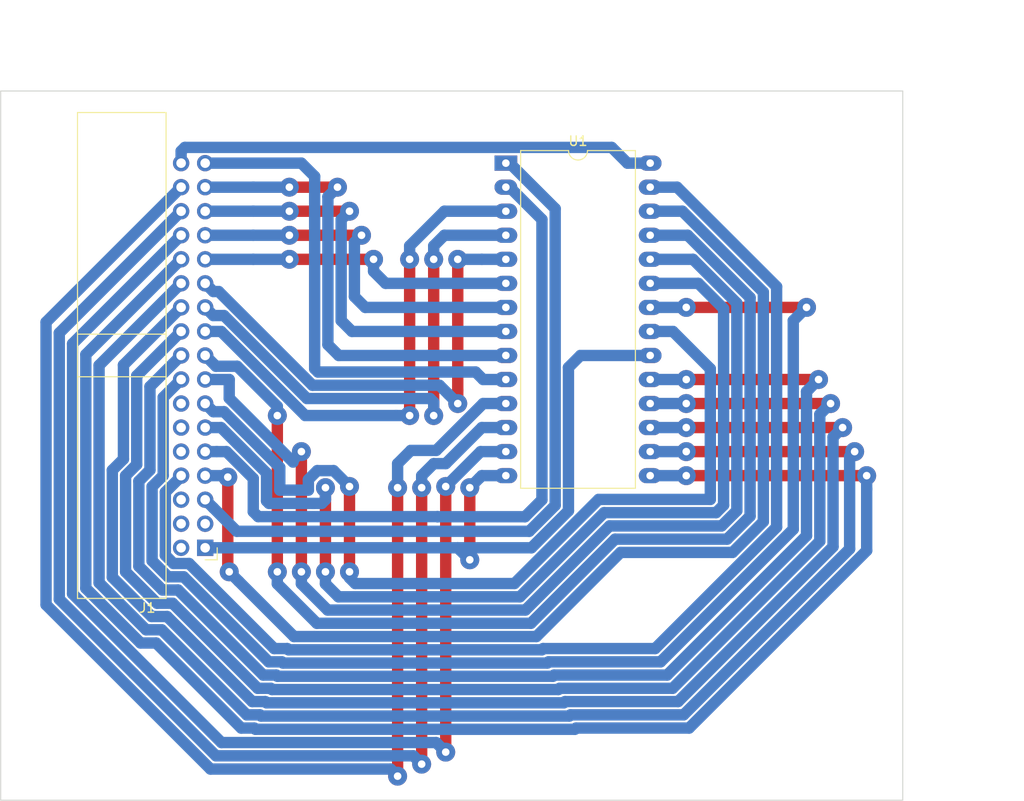
<source format=kicad_pcb>
(kicad_pcb (version 20171130) (host pcbnew "(5.1.2)-1")

  (general
    (thickness 1.6)
    (drawings 6)
    (tracks 407)
    (zones 0)
    (modules 2)
    (nets 35)
  )

  (page A4)
  (layers
    (0 F.Cu signal)
    (31 B.Cu signal)
    (32 B.Adhes user)
    (33 F.Adhes user)
    (34 B.Paste user)
    (35 F.Paste user)
    (36 B.SilkS user)
    (37 F.SilkS user)
    (38 B.Mask user)
    (39 F.Mask user)
    (40 Dwgs.User user)
    (41 Cmts.User user)
    (42 Eco1.User user)
    (43 Eco2.User user)
    (44 Edge.Cuts user)
    (45 Margin user)
    (46 B.CrtYd user)
    (47 F.CrtYd user)
    (48 B.Fab user)
    (49 F.Fab user)
  )

  (setup
    (last_trace_width 1.2)
    (trace_clearance 0.2)
    (zone_clearance 0.508)
    (zone_45_only no)
    (trace_min 0.2)
    (via_size 2)
    (via_drill 0.8)
    (via_min_size 0.4)
    (via_min_drill 0.3)
    (uvia_size 0.3)
    (uvia_drill 0.1)
    (uvias_allowed no)
    (uvia_min_size 0.2)
    (uvia_min_drill 0.1)
    (edge_width 0.05)
    (segment_width 0.2)
    (pcb_text_width 0.3)
    (pcb_text_size 1.5 1.5)
    (mod_edge_width 0.12)
    (mod_text_size 1 1)
    (mod_text_width 0.15)
    (pad_size 1.524 1.524)
    (pad_drill 0.762)
    (pad_to_mask_clearance 0.051)
    (solder_mask_min_width 0.25)
    (aux_axis_origin 0 0)
    (visible_elements 7FFFFFFF)
    (pcbplotparams
      (layerselection 0x01020_ffffffff)
      (usegerberextensions false)
      (usegerberattributes false)
      (usegerberadvancedattributes false)
      (creategerberjobfile false)
      (excludeedgelayer true)
      (linewidth 0.100000)
      (plotframeref false)
      (viasonmask false)
      (mode 1)
      (useauxorigin false)
      (hpglpennumber 1)
      (hpglpenspeed 20)
      (hpglpendiameter 15.000000)
      (psnegative false)
      (psa4output false)
      (plotreference true)
      (plotvalue true)
      (plotinvisibletext false)
      (padsonsilk false)
      (subtractmaskfromsilk false)
      (outputformat 1)
      (mirror false)
      (drillshape 0)
      (scaleselection 1)
      (outputdirectory ""))
  )

  (net 0 "")
  (net 1 +5V)
  (net 2 /A0)
  (net 3 /D0)
  (net 4 /A1)
  (net 5 /D1)
  (net 6 /A2)
  (net 7 /D2)
  (net 8 /A3)
  (net 9 /D3)
  (net 10 /A4)
  (net 11 /D4)
  (net 12 /A5)
  (net 13 /D5)
  (net 14 /A6)
  (net 15 /D6)
  (net 16 /A7)
  (net 17 /D7)
  (net 18 /A8)
  (net 19 /OE)
  (net 20 /A9)
  (net 21 "Net-(J1-Pad14)")
  (net 22 /A10)
  (net 23 "Net-(J1-Pad12)")
  (net 24 /A11)
  (net 25 "Net-(J1-Pad10)")
  (net 26 /A12)
  (net 27 /WE)
  (net 28 /A13)
  (net 29 "Net-(J1-Pad6)")
  (net 30 /A14)
  (net 31 "Net-(J1-Pad4)")
  (net 32 /A15)
  (net 33 "Net-(J1-Pad2)")
  (net 34 Earth)

  (net_class Default "This is the default net class."
    (clearance 0.2)
    (trace_width 1.2)
    (via_dia 2)
    (via_drill 0.8)
    (uvia_dia 0.3)
    (uvia_drill 0.1)
    (add_net +5V)
    (add_net /A0)
    (add_net /A1)
    (add_net /A10)
    (add_net /A11)
    (add_net /A12)
    (add_net /A13)
    (add_net /A14)
    (add_net /A15)
    (add_net /A2)
    (add_net /A3)
    (add_net /A4)
    (add_net /A5)
    (add_net /A6)
    (add_net /A7)
    (add_net /A8)
    (add_net /A9)
    (add_net /D0)
    (add_net /D1)
    (add_net /D2)
    (add_net /D3)
    (add_net /D4)
    (add_net /D5)
    (add_net /D6)
    (add_net /D7)
    (add_net /OE)
    (add_net /WE)
    (add_net Earth)
    (add_net "Net-(J1-Pad10)")
    (add_net "Net-(J1-Pad12)")
    (add_net "Net-(J1-Pad14)")
    (add_net "Net-(J1-Pad2)")
    (add_net "Net-(J1-Pad4)")
    (add_net "Net-(J1-Pad6)")
  )

  (module Package_DIP:DIP-28_W15.24mm_LongPads (layer F.Cu) (tedit 5A02E8C5) (tstamp 5D13F0F7)
    (at 144.78 66.04)
    (descr "28-lead though-hole mounted DIP package, row spacing 15.24 mm (600 mils), LongPads")
    (tags "THT DIP DIL PDIP 2.54mm 15.24mm 600mil LongPads")
    (path /5D11CDF7)
    (fp_text reference U1 (at 7.62 -2.33) (layer F.SilkS)
      (effects (font (size 1 1) (thickness 0.15)))
    )
    (fp_text value 28C256 (at 7.62 35.35) (layer F.Fab)
      (effects (font (size 1 1) (thickness 0.15)))
    )
    (fp_text user %R (at 7.62 16.51) (layer F.Fab)
      (effects (font (size 1 1) (thickness 0.15)))
    )
    (fp_line (start 16.7 -1.55) (end -1.5 -1.55) (layer F.CrtYd) (width 0.05))
    (fp_line (start 16.7 34.55) (end 16.7 -1.55) (layer F.CrtYd) (width 0.05))
    (fp_line (start -1.5 34.55) (end 16.7 34.55) (layer F.CrtYd) (width 0.05))
    (fp_line (start -1.5 -1.55) (end -1.5 34.55) (layer F.CrtYd) (width 0.05))
    (fp_line (start 13.68 -1.33) (end 8.62 -1.33) (layer F.SilkS) (width 0.12))
    (fp_line (start 13.68 34.35) (end 13.68 -1.33) (layer F.SilkS) (width 0.12))
    (fp_line (start 1.56 34.35) (end 13.68 34.35) (layer F.SilkS) (width 0.12))
    (fp_line (start 1.56 -1.33) (end 1.56 34.35) (layer F.SilkS) (width 0.12))
    (fp_line (start 6.62 -1.33) (end 1.56 -1.33) (layer F.SilkS) (width 0.12))
    (fp_line (start 0.255 -0.27) (end 1.255 -1.27) (layer F.Fab) (width 0.1))
    (fp_line (start 0.255 34.29) (end 0.255 -0.27) (layer F.Fab) (width 0.1))
    (fp_line (start 14.985 34.29) (end 0.255 34.29) (layer F.Fab) (width 0.1))
    (fp_line (start 14.985 -1.27) (end 14.985 34.29) (layer F.Fab) (width 0.1))
    (fp_line (start 1.255 -1.27) (end 14.985 -1.27) (layer F.Fab) (width 0.1))
    (fp_arc (start 7.62 -1.33) (end 6.62 -1.33) (angle -180) (layer F.SilkS) (width 0.12))
    (pad 28 thru_hole oval (at 15.24 0) (size 2.4 1.6) (drill 0.8) (layers *.Cu *.Mask)
      (net 1 +5V))
    (pad 14 thru_hole oval (at 0 33.02) (size 2.4 1.6) (drill 0.8) (layers *.Cu *.Mask)
      (net 34 Earth))
    (pad 27 thru_hole oval (at 15.24 2.54) (size 2.4 1.6) (drill 0.8) (layers *.Cu *.Mask)
      (net 27 /WE))
    (pad 13 thru_hole oval (at 0 30.48) (size 2.4 1.6) (drill 0.8) (layers *.Cu *.Mask)
      (net 7 /D2))
    (pad 26 thru_hole oval (at 15.24 5.08) (size 2.4 1.6) (drill 0.8) (layers *.Cu *.Mask)
      (net 28 /A13))
    (pad 12 thru_hole oval (at 0 27.94) (size 2.4 1.6) (drill 0.8) (layers *.Cu *.Mask)
      (net 5 /D1))
    (pad 25 thru_hole oval (at 15.24 7.62) (size 2.4 1.6) (drill 0.8) (layers *.Cu *.Mask)
      (net 18 /A8))
    (pad 11 thru_hole oval (at 0 25.4) (size 2.4 1.6) (drill 0.8) (layers *.Cu *.Mask)
      (net 3 /D0))
    (pad 24 thru_hole oval (at 15.24 10.16) (size 2.4 1.6) (drill 0.8) (layers *.Cu *.Mask)
      (net 20 /A9))
    (pad 10 thru_hole oval (at 0 22.86) (size 2.4 1.6) (drill 0.8) (layers *.Cu *.Mask)
      (net 2 /A0))
    (pad 23 thru_hole oval (at 15.24 12.7) (size 2.4 1.6) (drill 0.8) (layers *.Cu *.Mask)
      (net 24 /A11))
    (pad 9 thru_hole oval (at 0 20.32) (size 2.4 1.6) (drill 0.8) (layers *.Cu *.Mask)
      (net 4 /A1))
    (pad 22 thru_hole oval (at 15.24 15.24) (size 2.4 1.6) (drill 0.8) (layers *.Cu *.Mask)
      (net 19 /OE))
    (pad 8 thru_hole oval (at 0 17.78) (size 2.4 1.6) (drill 0.8) (layers *.Cu *.Mask)
      (net 6 /A2))
    (pad 21 thru_hole oval (at 15.24 17.78) (size 2.4 1.6) (drill 0.8) (layers *.Cu *.Mask)
      (net 22 /A10))
    (pad 7 thru_hole oval (at 0 15.24) (size 2.4 1.6) (drill 0.8) (layers *.Cu *.Mask)
      (net 8 /A3))
    (pad 20 thru_hole oval (at 15.24 20.32) (size 2.4 1.6) (drill 0.8) (layers *.Cu *.Mask)
      (net 34 Earth))
    (pad 6 thru_hole oval (at 0 12.7) (size 2.4 1.6) (drill 0.8) (layers *.Cu *.Mask)
      (net 10 /A4))
    (pad 19 thru_hole oval (at 15.24 22.86) (size 2.4 1.6) (drill 0.8) (layers *.Cu *.Mask)
      (net 17 /D7))
    (pad 5 thru_hole oval (at 0 10.16) (size 2.4 1.6) (drill 0.8) (layers *.Cu *.Mask)
      (net 12 /A5))
    (pad 18 thru_hole oval (at 15.24 25.4) (size 2.4 1.6) (drill 0.8) (layers *.Cu *.Mask)
      (net 15 /D6))
    (pad 4 thru_hole oval (at 0 7.62) (size 2.4 1.6) (drill 0.8) (layers *.Cu *.Mask)
      (net 14 /A6))
    (pad 17 thru_hole oval (at 15.24 27.94) (size 2.4 1.6) (drill 0.8) (layers *.Cu *.Mask)
      (net 13 /D5))
    (pad 3 thru_hole oval (at 0 5.08) (size 2.4 1.6) (drill 0.8) (layers *.Cu *.Mask)
      (net 16 /A7))
    (pad 16 thru_hole oval (at 15.24 30.48) (size 2.4 1.6) (drill 0.8) (layers *.Cu *.Mask)
      (net 11 /D4))
    (pad 2 thru_hole oval (at 0 2.54) (size 2.4 1.6) (drill 0.8) (layers *.Cu *.Mask)
      (net 26 /A12))
    (pad 15 thru_hole oval (at 15.24 33.02) (size 2.4 1.6) (drill 0.8) (layers *.Cu *.Mask)
      (net 9 /D3))
    (pad 1 thru_hole rect (at 0 0) (size 2.4 1.6) (drill 0.8) (layers *.Cu *.Mask)
      (net 30 /A14))
    (model ${KISYS3DMOD}/Package_DIP.3dshapes/DIP-28_W15.24mm.wrl
      (at (xyz 0 0 0))
      (scale (xyz 1 1 1))
      (rotate (xyz 0 0 0))
    )
  )

  (module Connector_IDC:IDC-Header_2x17_P2.54mm_Horizontal (layer F.Cu) (tedit 59DE232F) (tstamp 5D13F0C7)
    (at 113.03 106.68 180)
    (descr "Through hole angled IDC box header, 2x17, 2.54mm pitch, double rows")
    (tags "Through hole IDC box header THT 2x17 2.54mm double row")
    (path /5D11B307)
    (fp_text reference J1 (at 6.105 -6.35) (layer F.SilkS)
      (effects (font (size 1 1) (thickness 0.15)))
    )
    (fp_text value Conn_02x17_Odd_Even (at 6.105 47.244) (layer F.Fab)
      (effects (font (size 1 1) (thickness 0.15)))
    )
    (fp_line (start 13.48 45.99) (end -1.12 45.99) (layer F.CrtYd) (width 0.05))
    (fp_line (start 13.48 -5.35) (end 13.48 45.99) (layer F.CrtYd) (width 0.05))
    (fp_line (start -1.12 45.99) (end -1.12 -5.35) (layer F.CrtYd) (width 0.05))
    (fp_line (start -1.12 -5.35) (end 13.48 -5.35) (layer F.CrtYd) (width 0.05))
    (fp_line (start 4.13 45.99) (end 4.13 -5.35) (layer F.SilkS) (width 0.12))
    (fp_line (start 4.13 45.99) (end 13.48 45.99) (layer F.SilkS) (width 0.12))
    (fp_line (start 4.13 22.57) (end 13.48 22.57) (layer F.SilkS) (width 0.12))
    (fp_line (start 4.13 18.07) (end 13.48 18.07) (layer F.SilkS) (width 0.12))
    (fp_line (start 4.13 -5.35) (end 13.48 -5.35) (layer F.SilkS) (width 0.12))
    (fp_line (start 13.48 -5.35) (end 13.48 45.99) (layer F.SilkS) (width 0.12))
    (fp_line (start 0 -1.27) (end -1.27 -1.27) (layer F.SilkS) (width 0.12))
    (fp_line (start -1.27 -1.27) (end -1.27 0) (layer F.SilkS) (width 0.12))
    (fp_line (start 5.38 -5.1) (end 13.23 -5.1) (layer F.Fab) (width 0.1))
    (fp_line (start 4.38 9.84) (end -0.32 9.84) (layer F.Fab) (width 0.1))
    (fp_line (start 4.38 7.3) (end -0.32 7.3) (layer F.Fab) (width 0.1))
    (fp_line (start 4.38 45.74) (end 4.38 -4.1) (layer F.Fab) (width 0.1))
    (fp_line (start 4.38 45.74) (end 13.23 45.74) (layer F.Fab) (width 0.1))
    (fp_line (start 4.38 40.32) (end -0.32 40.32) (layer F.Fab) (width 0.1))
    (fp_line (start 4.38 4.76) (end -0.32 4.76) (layer F.Fab) (width 0.1))
    (fp_line (start 4.38 37.78) (end -0.32 37.78) (layer F.Fab) (width 0.1))
    (fp_line (start 4.38 35.24) (end -0.32 35.24) (layer F.Fab) (width 0.1))
    (fp_line (start 4.38 32.7) (end -0.32 32.7) (layer F.Fab) (width 0.1))
    (fp_line (start 4.38 30.16) (end -0.32 30.16) (layer F.Fab) (width 0.1))
    (fp_line (start 4.38 27.62) (end -0.32 27.62) (layer F.Fab) (width 0.1))
    (fp_line (start 4.38 25.08) (end -0.32 25.08) (layer F.Fab) (width 0.1))
    (fp_line (start 4.38 22.57) (end 13.23 22.57) (layer F.Fab) (width 0.1))
    (fp_line (start 4.38 22.54) (end -0.32 22.54) (layer F.Fab) (width 0.1))
    (fp_line (start 4.38 20) (end -0.32 20) (layer F.Fab) (width 0.1))
    (fp_line (start 4.38 2.22) (end -0.32 2.22) (layer F.Fab) (width 0.1))
    (fp_line (start 4.38 18.07) (end 13.23 18.07) (layer F.Fab) (width 0.1))
    (fp_line (start 4.38 17.46) (end -0.32 17.46) (layer F.Fab) (width 0.1))
    (fp_line (start 4.38 14.92) (end -0.32 14.92) (layer F.Fab) (width 0.1))
    (fp_line (start 4.38 12.38) (end -0.32 12.38) (layer F.Fab) (width 0.1))
    (fp_line (start 4.38 -4.1) (end 5.38 -5.1) (layer F.Fab) (width 0.1))
    (fp_line (start 4.38 -0.32) (end -0.32 -0.32) (layer F.Fab) (width 0.1))
    (fp_line (start 13.23 45.74) (end 13.23 -5.1) (layer F.Fab) (width 0.1))
    (fp_line (start -0.32 9.84) (end -0.32 10.48) (layer F.Fab) (width 0.1))
    (fp_line (start -0.32 7.94) (end 4.38 7.94) (layer F.Fab) (width 0.1))
    (fp_line (start -0.32 7.3) (end -0.32 7.94) (layer F.Fab) (width 0.1))
    (fp_line (start -0.32 5.4) (end 4.38 5.4) (layer F.Fab) (width 0.1))
    (fp_line (start -0.32 40.96) (end 4.38 40.96) (layer F.Fab) (width 0.1))
    (fp_line (start -0.32 40.32) (end -0.32 40.96) (layer F.Fab) (width 0.1))
    (fp_line (start -0.32 4.76) (end -0.32 5.4) (layer F.Fab) (width 0.1))
    (fp_line (start -0.32 38.42) (end 4.38 38.42) (layer F.Fab) (width 0.1))
    (fp_line (start -0.32 37.78) (end -0.32 38.42) (layer F.Fab) (width 0.1))
    (fp_line (start -0.32 35.88) (end 4.38 35.88) (layer F.Fab) (width 0.1))
    (fp_line (start -0.32 35.24) (end -0.32 35.88) (layer F.Fab) (width 0.1))
    (fp_line (start -0.32 33.34) (end 4.38 33.34) (layer F.Fab) (width 0.1))
    (fp_line (start -0.32 32.7) (end -0.32 33.34) (layer F.Fab) (width 0.1))
    (fp_line (start -0.32 30.8) (end 4.38 30.8) (layer F.Fab) (width 0.1))
    (fp_line (start -0.32 30.16) (end -0.32 30.8) (layer F.Fab) (width 0.1))
    (fp_line (start -0.32 28.26) (end 4.38 28.26) (layer F.Fab) (width 0.1))
    (fp_line (start -0.32 27.62) (end -0.32 28.26) (layer F.Fab) (width 0.1))
    (fp_line (start -0.32 25.72) (end 4.38 25.72) (layer F.Fab) (width 0.1))
    (fp_line (start -0.32 25.08) (end -0.32 25.72) (layer F.Fab) (width 0.1))
    (fp_line (start -0.32 23.18) (end 4.38 23.18) (layer F.Fab) (width 0.1))
    (fp_line (start -0.32 22.54) (end -0.32 23.18) (layer F.Fab) (width 0.1))
    (fp_line (start -0.32 20.64) (end 4.38 20.64) (layer F.Fab) (width 0.1))
    (fp_line (start -0.32 20) (end -0.32 20.64) (layer F.Fab) (width 0.1))
    (fp_line (start -0.32 2.86) (end 4.38 2.86) (layer F.Fab) (width 0.1))
    (fp_line (start -0.32 2.22) (end -0.32 2.86) (layer F.Fab) (width 0.1))
    (fp_line (start -0.32 18.1) (end 4.38 18.1) (layer F.Fab) (width 0.1))
    (fp_line (start -0.32 17.46) (end -0.32 18.1) (layer F.Fab) (width 0.1))
    (fp_line (start -0.32 15.56) (end 4.38 15.56) (layer F.Fab) (width 0.1))
    (fp_line (start -0.32 14.92) (end -0.32 15.56) (layer F.Fab) (width 0.1))
    (fp_line (start -0.32 13.02) (end 4.38 13.02) (layer F.Fab) (width 0.1))
    (fp_line (start -0.32 12.38) (end -0.32 13.02) (layer F.Fab) (width 0.1))
    (fp_line (start -0.32 10.48) (end 4.38 10.48) (layer F.Fab) (width 0.1))
    (fp_line (start -0.32 0.32) (end 4.38 0.32) (layer F.Fab) (width 0.1))
    (fp_line (start -0.32 -0.32) (end -0.32 0.32) (layer F.Fab) (width 0.1))
    (fp_text user %R (at 8.805 20.32 90) (layer F.Fab)
      (effects (font (size 1 1) (thickness 0.15)))
    )
    (pad 34 thru_hole oval (at 2.54 40.64 180) (size 1.7272 1.7272) (drill 1.016) (layers *.Cu *.Mask)
      (net 1 +5V))
    (pad 33 thru_hole oval (at 0 40.64 180) (size 1.7272 1.7272) (drill 1.016) (layers *.Cu *.Mask)
      (net 2 /A0))
    (pad 32 thru_hole oval (at 2.54 38.1 180) (size 1.7272 1.7272) (drill 1.016) (layers *.Cu *.Mask)
      (net 3 /D0))
    (pad 31 thru_hole oval (at 0 38.1 180) (size 1.7272 1.7272) (drill 1.016) (layers *.Cu *.Mask)
      (net 4 /A1))
    (pad 30 thru_hole oval (at 2.54 35.56 180) (size 1.7272 1.7272) (drill 1.016) (layers *.Cu *.Mask)
      (net 5 /D1))
    (pad 29 thru_hole oval (at 0 35.56 180) (size 1.7272 1.7272) (drill 1.016) (layers *.Cu *.Mask)
      (net 6 /A2))
    (pad 28 thru_hole oval (at 2.54 33.02 180) (size 1.7272 1.7272) (drill 1.016) (layers *.Cu *.Mask)
      (net 7 /D2))
    (pad 27 thru_hole oval (at 0 33.02 180) (size 1.7272 1.7272) (drill 1.016) (layers *.Cu *.Mask)
      (net 8 /A3))
    (pad 26 thru_hole oval (at 2.54 30.48 180) (size 1.7272 1.7272) (drill 1.016) (layers *.Cu *.Mask)
      (net 9 /D3))
    (pad 25 thru_hole oval (at 0 30.48 180) (size 1.7272 1.7272) (drill 1.016) (layers *.Cu *.Mask)
      (net 10 /A4))
    (pad 24 thru_hole oval (at 2.54 27.94 180) (size 1.7272 1.7272) (drill 1.016) (layers *.Cu *.Mask)
      (net 11 /D4))
    (pad 23 thru_hole oval (at 0 27.94 180) (size 1.7272 1.7272) (drill 1.016) (layers *.Cu *.Mask)
      (net 12 /A5))
    (pad 22 thru_hole oval (at 2.54 25.4 180) (size 1.7272 1.7272) (drill 1.016) (layers *.Cu *.Mask)
      (net 13 /D5))
    (pad 21 thru_hole oval (at 0 25.4 180) (size 1.7272 1.7272) (drill 1.016) (layers *.Cu *.Mask)
      (net 14 /A6))
    (pad 20 thru_hole oval (at 2.54 22.86 180) (size 1.7272 1.7272) (drill 1.016) (layers *.Cu *.Mask)
      (net 15 /D6))
    (pad 19 thru_hole oval (at 0 22.86 180) (size 1.7272 1.7272) (drill 1.016) (layers *.Cu *.Mask)
      (net 16 /A7))
    (pad 18 thru_hole oval (at 2.54 20.32 180) (size 1.7272 1.7272) (drill 1.016) (layers *.Cu *.Mask)
      (net 17 /D7))
    (pad 17 thru_hole oval (at 0 20.32 180) (size 1.7272 1.7272) (drill 1.016) (layers *.Cu *.Mask)
      (net 18 /A8))
    (pad 16 thru_hole oval (at 2.54 17.78 180) (size 1.7272 1.7272) (drill 1.016) (layers *.Cu *.Mask)
      (net 19 /OE))
    (pad 15 thru_hole oval (at 0 17.78 180) (size 1.7272 1.7272) (drill 1.016) (layers *.Cu *.Mask)
      (net 20 /A9))
    (pad 14 thru_hole oval (at 2.54 15.24 180) (size 1.7272 1.7272) (drill 1.016) (layers *.Cu *.Mask)
      (net 21 "Net-(J1-Pad14)"))
    (pad 13 thru_hole oval (at 0 15.24 180) (size 1.7272 1.7272) (drill 1.016) (layers *.Cu *.Mask)
      (net 22 /A10))
    (pad 12 thru_hole oval (at 2.54 12.7 180) (size 1.7272 1.7272) (drill 1.016) (layers *.Cu *.Mask)
      (net 23 "Net-(J1-Pad12)"))
    (pad 11 thru_hole oval (at 0 12.7 180) (size 1.7272 1.7272) (drill 1.016) (layers *.Cu *.Mask)
      (net 24 /A11))
    (pad 10 thru_hole oval (at 2.54 10.16 180) (size 1.7272 1.7272) (drill 1.016) (layers *.Cu *.Mask)
      (net 25 "Net-(J1-Pad10)"))
    (pad 9 thru_hole oval (at 0 10.16 180) (size 1.7272 1.7272) (drill 1.016) (layers *.Cu *.Mask)
      (net 26 /A12))
    (pad 8 thru_hole oval (at 2.54 7.62 180) (size 1.7272 1.7272) (drill 1.016) (layers *.Cu *.Mask)
      (net 27 /WE))
    (pad 7 thru_hole oval (at 0 7.62 180) (size 1.7272 1.7272) (drill 1.016) (layers *.Cu *.Mask)
      (net 28 /A13))
    (pad 6 thru_hole oval (at 2.54 5.08 180) (size 1.7272 1.7272) (drill 1.016) (layers *.Cu *.Mask)
      (net 29 "Net-(J1-Pad6)"))
    (pad 5 thru_hole oval (at 0 5.08 180) (size 1.7272 1.7272) (drill 1.016) (layers *.Cu *.Mask)
      (net 30 /A14))
    (pad 4 thru_hole oval (at 2.54 2.54 180) (size 1.7272 1.7272) (drill 1.016) (layers *.Cu *.Mask)
      (net 31 "Net-(J1-Pad4)"))
    (pad 3 thru_hole oval (at 0 2.54 180) (size 1.7272 1.7272) (drill 1.016) (layers *.Cu *.Mask)
      (net 32 /A15))
    (pad 2 thru_hole oval (at 2.54 0 180) (size 1.7272 1.7272) (drill 1.016) (layers *.Cu *.Mask)
      (net 33 "Net-(J1-Pad2)"))
    (pad 1 thru_hole rect (at 0 0 180) (size 1.7272 1.7272) (drill 1.016) (layers *.Cu *.Mask)
      (net 34 Earth))
    (model ${KISYS3DMOD}/Connector_IDC.3dshapes/IDC-Header_2x17_P2.54mm_Horizontal.wrl
      (at (xyz 0 0 0))
      (scale (xyz 1 1 1))
      (rotate (xyz 0 0 0))
    )
  )

  (dimension 95.25 (width 0.15) (layer Dwgs.User)
    (gr_text "95.250 mm" (at 139.065 49.500001) (layer Dwgs.User)
      (effects (font (size 1 1) (thickness 0.15)))
    )
    (feature1 (pts (xy 91.44 58.42) (xy 91.44 50.21358)))
    (feature2 (pts (xy 186.69 58.42) (xy 186.69 50.21358)))
    (crossbar (pts (xy 186.69 50.800001) (xy 91.44 50.800001)))
    (arrow1a (pts (xy 91.44 50.800001) (xy 92.566504 50.21358)))
    (arrow1b (pts (xy 91.44 50.800001) (xy 92.566504 51.386422)))
    (arrow2a (pts (xy 186.69 50.800001) (xy 185.563496 50.21358)))
    (arrow2b (pts (xy 186.69 50.800001) (xy 185.563496 51.386422)))
  )
  (dimension 74.93 (width 0.15) (layer Dwgs.User)
    (gr_text "74.930 mm" (at 198.15 95.885 270) (layer Dwgs.User)
      (effects (font (size 1 1) (thickness 0.15)))
    )
    (feature1 (pts (xy 186.69 133.35) (xy 197.436421 133.35)))
    (feature2 (pts (xy 186.69 58.42) (xy 197.436421 58.42)))
    (crossbar (pts (xy 196.85 58.42) (xy 196.85 133.35)))
    (arrow1a (pts (xy 196.85 133.35) (xy 196.263579 132.223496)))
    (arrow1b (pts (xy 196.85 133.35) (xy 197.436421 132.223496)))
    (arrow2a (pts (xy 196.85 58.42) (xy 196.263579 59.546504)))
    (arrow2b (pts (xy 196.85 58.42) (xy 197.436421 59.546504)))
  )
  (gr_line (start 91.44 133.35) (end 91.44 58.42) (layer Edge.Cuts) (width 0.1))
  (gr_line (start 186.69 133.35) (end 91.44 133.35) (layer Edge.Cuts) (width 0.1))
  (gr_line (start 186.69 58.42) (end 186.69 133.35) (layer Edge.Cuts) (width 0.1))
  (gr_line (start 91.44 58.42) (end 186.69 58.42) (layer Edge.Cuts) (width 0.1))

  (segment (start 155.956399 64.376399) (end 110.883601 64.376399) (width 1.2) (layer B.Cu) (net 1))
  (segment (start 160.02 66.04) (end 157.62 66.04) (width 1.2) (layer B.Cu) (net 1))
  (segment (start 157.62 66.04) (end 155.956399 64.376399) (width 1.2) (layer B.Cu) (net 1))
  (segment (start 110.49 64.77) (end 110.49 66.04) (width 1.2) (layer B.Cu) (net 1))
  (segment (start 110.883601 64.376399) (end 110.49 64.77) (width 1.2) (layer B.Cu) (net 1))
  (segment (start 113.03 66.04) (end 123.19 66.04) (width 1.2) (layer B.Cu) (net 2))
  (segment (start 124.93998 88.109978) (end 141.589978 88.109978) (width 1.2) (layer B.Cu) (net 2))
  (segment (start 123.19 66.04) (end 124.590011 67.440011) (width 1.2) (layer B.Cu) (net 2))
  (segment (start 124.590011 87.760009) (end 124.93998 88.109978) (width 1.2) (layer B.Cu) (net 2))
  (segment (start 141.589978 88.109978) (end 142.38 88.9) (width 1.2) (layer B.Cu) (net 2))
  (segment (start 124.590011 67.440011) (end 124.590011 87.760009) (width 1.2) (layer B.Cu) (net 2))
  (segment (start 142.38 88.9) (end 144.78 88.9) (width 1.2) (layer B.Cu) (net 2))
  (segment (start 137.43001 96.38999) (end 134.75001 96.38999) (width 1.2) (layer B.Cu) (net 3))
  (segment (start 144.78 91.44) (end 142.38 91.44) (width 1.2) (layer B.Cu) (net 3))
  (segment (start 142.38 91.44) (end 137.43001 96.38999) (width 1.2) (layer B.Cu) (net 3))
  (segment (start 134.75001 96.38999) (end 133.35 97.79) (width 1.2) (layer B.Cu) (net 3))
  (segment (start 133.35 97.79) (end 133.35 100.33) (width 1.2) (layer B.Cu) (net 3))
  (segment (start 133.35 100.33) (end 133.35 100.33) (width 1.2) (layer B.Cu) (net 3) (tstamp 5D15BDCF))
  (via (at 133.35 100.33) (size 2) (drill 0.8) (layers F.Cu B.Cu) (net 3))
  (segment (start 133.35 130.81) (end 133.35 130.81) (width 1.2) (layer B.Cu) (net 3) (tstamp 5D15BE00))
  (via (at 133.35 130.81) (size 2) (drill 0.8) (layers F.Cu B.Cu) (net 3))
  (segment (start 133.35 100.33) (end 133.35 130.81) (width 1.2) (layer F.Cu) (net 3))
  (segment (start 96.22631 82.84369) (end 96.226311 112.697661) (width 1.2) (layer B.Cu) (net 3))
  (segment (start 110.49 68.58) (end 96.22631 82.84369) (width 1.2) (layer B.Cu) (net 3))
  (segment (start 96.226311 112.697661) (end 113.588683 130.060035) (width 1.2) (layer B.Cu) (net 3))
  (segment (start 113.588683 130.060035) (end 132.600035 130.060035) (width 1.2) (layer B.Cu) (net 3))
  (segment (start 132.600035 130.060035) (end 133.35 130.81) (width 1.2) (layer B.Cu) (net 3))
  (segment (start 118.11 68.58) (end 121.92 68.58) (width 1.2) (layer B.Cu) (net 4))
  (segment (start 127 68.58) (end 127 68.58) (width 1.2) (layer B.Cu) (net 4) (tstamp 5D13F56E))
  (via (at 127 68.58) (size 2) (drill 0.8) (layers F.Cu B.Cu) (net 4))
  (segment (start 121.92 68.58) (end 121.92 68.58) (width 1.2) (layer B.Cu) (net 4) (tstamp 5D13F576))
  (via (at 121.92 68.58) (size 2) (drill 0.8) (layers F.Cu B.Cu) (net 4))
  (segment (start 121.92 68.58) (end 127 68.58) (width 1.2) (layer F.Cu) (net 4))
  (segment (start 113.03 68.58) (end 118.11 68.58) (width 1.2) (layer B.Cu) (net 4))
  (segment (start 125.990022 69.589978) (end 126.000001 69.579999) (width 1.2) (layer B.Cu) (net 4))
  (segment (start 126.000001 69.579999) (end 127 68.58) (width 1.2) (layer B.Cu) (net 4))
  (segment (start 127.13001 86.36) (end 125.990022 85.220012) (width 1.2) (layer B.Cu) (net 4))
  (segment (start 125.990022 85.220012) (end 125.990022 69.589978) (width 1.2) (layer B.Cu) (net 4))
  (segment (start 144.78 86.36) (end 127.13001 86.36) (width 1.2) (layer B.Cu) (net 4))
  (segment (start 144.78 93.98) (end 142.24 93.98) (width 1.2) (layer B.Cu) (net 5))
  (segment (start 142.24 93.98) (end 138.43 97.79) (width 1.2) (layer B.Cu) (net 5))
  (segment (start 138.43 97.79) (end 137.16 97.79) (width 1.2) (layer B.Cu) (net 5))
  (segment (start 137.16 97.79) (end 135.89 99.06) (width 1.2) (layer B.Cu) (net 5))
  (segment (start 135.89 99.06) (end 135.89 100.33) (width 1.2) (layer B.Cu) (net 5))
  (segment (start 135.89 100.33) (end 135.89 100.33) (width 1.2) (layer B.Cu) (net 5) (tstamp 5D15BDCD))
  (via (at 135.89 100.33) (size 2) (drill 0.8) (layers F.Cu B.Cu) (net 5))
  (segment (start 97.62632 112.117758) (end 105.468465 119.959903) (width 1.2) (layer B.Cu) (net 5))
  (segment (start 110.49 71.12) (end 97.626319 83.983681) (width 1.2) (layer B.Cu) (net 5))
  (segment (start 97.626319 83.983681) (end 97.62632 112.117758) (width 1.2) (layer B.Cu) (net 5))
  (segment (start 105.468465 119.959903) (end 114.168586 128.660025) (width 1.2) (layer B.Cu) (net 5))
  (segment (start 114.168586 128.660025) (end 135.010025 128.660025) (width 1.2) (layer B.Cu) (net 5))
  (segment (start 135.010025 128.660025) (end 135.89 129.54) (width 1.2) (layer B.Cu) (net 5))
  (segment (start 135.89 129.54) (end 135.89 129.54) (width 1.2) (layer B.Cu) (net 5) (tstamp 5D15BDFE))
  (via (at 135.89 129.54) (size 2) (drill 0.8) (layers F.Cu B.Cu) (net 5))
  (segment (start 135.89 100.33) (end 135.89 129.54) (width 1.2) (layer F.Cu) (net 5))
  (segment (start 118.11 71.12) (end 121.92 71.12) (width 1.2) (layer B.Cu) (net 6))
  (segment (start 128.27 71.12) (end 128.27 71.12) (width 1.2) (layer B.Cu) (net 6) (tstamp 5D13F570))
  (via (at 128.27 71.12) (size 2) (drill 0.8) (layers F.Cu B.Cu) (net 6))
  (segment (start 121.92 71.12) (end 121.92 71.12) (width 1.2) (layer B.Cu) (net 6) (tstamp 5D13F578))
  (via (at 121.92 71.12) (size 2) (drill 0.8) (layers F.Cu B.Cu) (net 6) (status 1000000))
  (segment (start 121.92 71.12) (end 128.27 71.12) (width 1.2) (layer F.Cu) (net 6))
  (segment (start 118.11 71.12) (end 113.03 71.12) (width 1.2) (layer B.Cu) (net 6))
  (segment (start 127.390033 71.999967) (end 128.27 71.12) (width 1.2) (layer B.Cu) (net 6))
  (segment (start 144.78 83.82) (end 128.53002 83.82) (width 1.2) (layer B.Cu) (net 6))
  (segment (start 128.53002 83.82) (end 127.390033 82.680013) (width 1.2) (layer B.Cu) (net 6))
  (segment (start 127.390033 82.680013) (end 127.390033 71.999967) (width 1.2) (layer B.Cu) (net 6))
  (segment (start 142.115998 96.52) (end 138.43 100.205998) (width 1.2) (layer B.Cu) (net 7))
  (segment (start 144.78 96.52) (end 142.115998 96.52) (width 1.2) (layer B.Cu) (net 7))
  (segment (start 138.43 100.205998) (end 138.43 100.205998) (width 1.2) (layer B.Cu) (net 7) (tstamp 5D15BDCB))
  (via (at 138.43 100.205998) (size 2) (drill 0.8) (layers F.Cu B.Cu) (net 7))
  (segment (start 99.026329 111.537855) (end 106.868474 119.38) (width 1.2) (layer B.Cu) (net 7))
  (segment (start 110.49 73.66) (end 99.026328 85.123672) (width 1.2) (layer B.Cu) (net 7))
  (segment (start 99.026328 85.123672) (end 99.026329 111.537855) (width 1.2) (layer B.Cu) (net 7))
  (segment (start 114.748489 127.260015) (end 137.420015 127.260015) (width 1.2) (layer B.Cu) (net 7))
  (segment (start 106.868474 119.38) (end 114.748489 127.260015) (width 1.2) (layer B.Cu) (net 7))
  (segment (start 137.420015 127.260015) (end 138.43 128.27) (width 1.2) (layer B.Cu) (net 7))
  (segment (start 138.43 128.27) (end 138.43 128.27) (width 1.2) (layer B.Cu) (net 7) (tstamp 5D15BDFC))
  (via (at 138.43 128.27) (size 2) (drill 0.8) (layers F.Cu B.Cu) (net 7))
  (segment (start 138.43 100.205998) (end 138.43 128.27) (width 1.2) (layer F.Cu) (net 7))
  (segment (start 118.11 73.66) (end 121.92 73.66) (width 1.2) (layer B.Cu) (net 8))
  (segment (start 129.54 73.66) (end 129.54 73.66) (width 1.2) (layer B.Cu) (net 8) (tstamp 5D13F572))
  (via (at 129.54 73.66) (size 2) (drill 0.8) (layers F.Cu B.Cu) (net 8))
  (segment (start 121.92 73.66) (end 121.92 73.66) (width 1.2) (layer B.Cu) (net 8) (tstamp 5D13F57A))
  (via (at 121.92 73.66) (size 2) (drill 0.8) (layers F.Cu B.Cu) (net 8))
  (segment (start 121.92 73.66) (end 125.73 73.66) (width 1.2) (layer F.Cu) (net 8))
  (segment (start 125.73 73.66) (end 129.54 73.66) (width 1.2) (layer F.Cu) (net 8))
  (segment (start 113.03 73.66) (end 118.11 73.66) (width 1.2) (layer B.Cu) (net 8))
  (segment (start 128.790042 74.409958) (end 129.54 73.66) (width 1.2) (layer B.Cu) (net 8))
  (segment (start 144.78 81.28) (end 129.93003 81.28) (width 1.2) (layer B.Cu) (net 8))
  (segment (start 128.790042 80.140012) (end 128.790042 74.409958) (width 1.2) (layer B.Cu) (net 8))
  (segment (start 129.93003 81.28) (end 128.790042 80.140012) (width 1.2) (layer B.Cu) (net 8))
  (segment (start 160.02 99.06) (end 163.83 99.06) (width 1.2) (layer B.Cu) (net 9))
  (segment (start 163.83 99.06) (end 163.83 99.06) (width 1.2) (layer B.Cu) (net 9) (tstamp 5D140785))
  (via (at 163.83 99.06) (size 2) (drill 0.8) (layers F.Cu B.Cu) (net 9))
  (segment (start 118.350617 125.860006) (end 152.064118 125.860005) (width 1.2) (layer B.Cu) (net 9))
  (segment (start 106.212053 116.743667) (end 107.853667 116.743667) (width 1.2) (layer B.Cu) (net 9))
  (via (at 182.88 99.06) (size 2) (drill 0.8) (layers F.Cu B.Cu) (net 9))
  (segment (start 182.88 106.979656) (end 182.88 100.474213) (width 1.2) (layer B.Cu) (net 9))
  (segment (start 164.129656 125.73) (end 182.88 106.979656) (width 1.2) (layer B.Cu) (net 9))
  (segment (start 152.194123 125.73) (end 164.129656 125.73) (width 1.2) (layer B.Cu) (net 9))
  (segment (start 100.426337 86.263663) (end 100.426338 110.957952) (width 1.2) (layer B.Cu) (net 9))
  (segment (start 118.220611 125.73) (end 118.350617 125.860006) (width 1.2) (layer B.Cu) (net 9))
  (segment (start 107.853667 116.743667) (end 116.84 125.73) (width 1.2) (layer B.Cu) (net 9))
  (segment (start 116.84 125.73) (end 118.220611 125.73) (width 1.2) (layer B.Cu) (net 9))
  (segment (start 182.88 100.474213) (end 182.88 99.06) (width 1.2) (layer B.Cu) (net 9))
  (segment (start 163.83 99.06) (end 182.88 99.06) (width 1.2) (layer F.Cu) (net 9))
  (segment (start 152.064118 125.860005) (end 152.194123 125.73) (width 1.2) (layer B.Cu) (net 9))
  (segment (start 100.426338 110.957952) (end 106.212053 116.743667) (width 1.2) (layer B.Cu) (net 9))
  (segment (start 110.49 76.2) (end 100.426337 86.263663) (width 1.2) (layer B.Cu) (net 9))
  (segment (start 144.78 78.74) (end 132.08 78.74) (width 1.2) (layer B.Cu) (net 10))
  (segment (start 132.08 78.74) (end 130.81 77.47) (width 1.2) (layer B.Cu) (net 10))
  (segment (start 130.81 77.47) (end 130.81 76.2) (width 1.2) (layer B.Cu) (net 10))
  (segment (start 118.11 76.2) (end 121.92 76.2) (width 1.2) (layer B.Cu) (net 10))
  (segment (start 130.81 76.2) (end 130.81 76.2) (width 1.2) (layer B.Cu) (net 10) (tstamp 5D13F574))
  (via (at 130.81 76.2) (size 2) (drill 0.8) (layers F.Cu B.Cu) (net 10))
  (segment (start 121.92 76.2) (end 121.92 76.2) (width 1.2) (layer B.Cu) (net 10) (tstamp 5D13F57C))
  (via (at 121.92 76.2) (size 2) (drill 0.8) (layers F.Cu B.Cu) (net 10))
  (segment (start 121.92 76.2) (end 130.81 76.2) (width 1.2) (layer F.Cu) (net 10))
  (segment (start 113.03 76.2) (end 118.11 76.2) (width 1.2) (layer B.Cu) (net 10))
  (segment (start 160.02 96.52) (end 163.83 96.52) (width 1.2) (layer B.Cu) (net 11))
  (segment (start 163.83 96.52) (end 163.83 96.52) (width 1.2) (layer B.Cu) (net 11) (tstamp 5D140783))
  (via (at 163.83 96.52) (size 2) (drill 0.8) (layers F.Cu B.Cu) (net 11))
  (segment (start 163.83 96.52) (end 181.61 96.52) (width 1.2) (layer F.Cu) (net 11))
  (via (at 181.61 96.52) (size 2) (drill 0.8) (layers F.Cu B.Cu) (net 11))
  (segment (start 106.791956 115.343656) (end 108.433571 115.343657) (width 1.2) (layer B.Cu) (net 11))
  (segment (start 101.826347 87.403653) (end 101.826348 110.378048) (width 1.2) (layer B.Cu) (net 11))
  (segment (start 163.549754 124.329988) (end 181.079999 106.799743) (width 1.2) (layer B.Cu) (net 11))
  (segment (start 110.49 78.74) (end 101.826347 87.403653) (width 1.2) (layer B.Cu) (net 11))
  (segment (start 118.80051 124.329989) (end 118.930519 124.459996) (width 1.2) (layer B.Cu) (net 11))
  (segment (start 117.419903 124.329989) (end 118.80051 124.329989) (width 1.2) (layer B.Cu) (net 11))
  (segment (start 151.61422 124.329989) (end 163.549754 124.329988) (width 1.2) (layer B.Cu) (net 11))
  (segment (start 151.484214 124.459995) (end 151.61422 124.329989) (width 1.2) (layer B.Cu) (net 11))
  (segment (start 118.930519 124.459996) (end 151.484214 124.459995) (width 1.2) (layer B.Cu) (net 11))
  (segment (start 181.079999 106.799743) (end 181.079999 97.050001) (width 1.2) (layer B.Cu) (net 11))
  (segment (start 181.079999 97.050001) (end 181.61 96.52) (width 1.2) (layer B.Cu) (net 11))
  (segment (start 108.433571 115.343657) (end 117.419903 124.329989) (width 1.2) (layer B.Cu) (net 11))
  (segment (start 101.826348 110.378048) (end 106.791956 115.343656) (width 1.2) (layer B.Cu) (net 11))
  (segment (start 142.24 76.2) (end 142.24 76.2) (width 1.2) (layer B.Cu) (net 12) (tstamp 5D13F580))
  (via (at 139.7 91.44) (size 2) (drill 0.8) (layers F.Cu B.Cu) (net 12))
  (segment (start 139.7 90.025787) (end 139.7 76.2) (width 1.2) (layer F.Cu) (net 12))
  (segment (start 139.7 91.44) (end 139.7 90.025787) (width 1.2) (layer F.Cu) (net 12))
  (segment (start 144.78 76.2) (end 139.7 76.2) (width 1.2) (layer B.Cu) (net 12))
  (via (at 139.7 76.2) (size 2) (drill 0.8) (layers F.Cu B.Cu) (net 12))
  (segment (start 138.700001 90.440001) (end 139.7 91.44) (width 1.2) (layer B.Cu) (net 12))
  (segment (start 137.769987 89.509987) (end 138.700001 90.440001) (width 1.2) (layer B.Cu) (net 12))
  (segment (start 124.360075 89.509987) (end 137.769987 89.509987) (width 1.2) (layer B.Cu) (net 12))
  (segment (start 114.453687 79.603599) (end 124.360075 89.509987) (width 1.2) (layer B.Cu) (net 12))
  (segment (start 113.893599 79.603599) (end 114.453687 79.603599) (width 1.2) (layer B.Cu) (net 12))
  (segment (start 113.03 78.74) (end 113.893599 79.603599) (width 1.2) (layer B.Cu) (net 12))
  (segment (start 160.02 93.98) (end 163.83 93.98) (width 1.2) (layer B.Cu) (net 13))
  (segment (start 163.83 93.98) (end 163.83 93.98) (width 1.2) (layer B.Cu) (net 13) (tstamp 5D140781))
  (via (at 163.83 93.98) (size 2) (drill 0.8) (layers F.Cu B.Cu) (net 13))
  (via (at 180.339992 93.98) (size 2) (drill 0.8) (layers F.Cu B.Cu) (net 13))
  (segment (start 163.83 93.98) (end 180.339992 93.98) (width 1.2) (layer F.Cu) (net 13))
  (segment (start 151.034317 122.929978) (end 162.96985 122.929978) (width 1.2) (layer B.Cu) (net 13))
  (segment (start 110.49 81.28) (end 104.400022 87.369978) (width 1.2) (layer B.Cu) (net 13))
  (segment (start 162.96985 122.929978) (end 179.330022 106.569806) (width 1.2) (layer B.Cu) (net 13))
  (segment (start 117.999806 122.929978) (end 119.380413 122.929978) (width 1.2) (layer B.Cu) (net 13))
  (segment (start 104.400022 87.369978) (end 104.400022 97.308193) (width 1.2) (layer B.Cu) (net 13))
  (segment (start 104.400022 97.308193) (end 103.226357 98.481861) (width 1.2) (layer B.Cu) (net 13))
  (segment (start 103.226357 98.481861) (end 103.226358 109.798144) (width 1.2) (layer B.Cu) (net 13))
  (segment (start 103.226358 109.798144) (end 107.371859 113.943645) (width 1.2) (layer B.Cu) (net 13))
  (segment (start 109.013473 113.943645) (end 117.999806 122.929978) (width 1.2) (layer B.Cu) (net 13))
  (segment (start 119.380413 122.929978) (end 119.510421 123.059986) (width 1.2) (layer B.Cu) (net 13))
  (segment (start 119.510421 123.059986) (end 150.90431 123.059985) (width 1.2) (layer B.Cu) (net 13))
  (segment (start 150.90431 123.059985) (end 151.034317 122.929978) (width 1.2) (layer B.Cu) (net 13))
  (segment (start 179.330022 106.569806) (end 179.330022 94.98997) (width 1.2) (layer B.Cu) (net 13))
  (segment (start 107.371859 113.943645) (end 109.013473 113.943645) (width 1.2) (layer B.Cu) (net 13))
  (segment (start 179.339993 94.979999) (end 180.339992 93.98) (width 1.2) (layer B.Cu) (net 13))
  (segment (start 179.330022 94.98997) (end 179.339993 94.979999) (width 1.2) (layer B.Cu) (net 13))
  (via (at 137.16 92.71) (size 2) (drill 0.8) (layers F.Cu B.Cu) (net 14))
  (segment (start 137.16 92.71) (end 137.16 76.199998) (width 1.2) (layer F.Cu) (net 14))
  (via (at 137.16 76.199998) (size 2) (drill 0.8) (layers F.Cu B.Cu) (net 14))
  (segment (start 137.16 74.785785) (end 137.16 76.199998) (width 1.2) (layer B.Cu) (net 14))
  (segment (start 144.78 73.66) (end 138.285785 73.66) (width 1.2) (layer B.Cu) (net 14))
  (segment (start 138.285785 73.66) (end 137.16 74.785785) (width 1.2) (layer B.Cu) (net 14))
  (segment (start 113.03 81.28) (end 113.893599 82.143599) (width 1.2) (layer B.Cu) (net 14))
  (segment (start 136.774211 90.909998) (end 137.16 91.295787) (width 1.2) (layer B.Cu) (net 14))
  (segment (start 123.780173 90.909998) (end 136.774211 90.909998) (width 1.2) (layer B.Cu) (net 14))
  (segment (start 113.893599 82.143599) (end 115.013774 82.143599) (width 1.2) (layer B.Cu) (net 14))
  (segment (start 115.013774 82.143599) (end 123.780173 90.909998) (width 1.2) (layer B.Cu) (net 14))
  (segment (start 137.16 91.295787) (end 137.16 92.71) (width 1.2) (layer B.Cu) (net 14))
  (segment (start 160.02 91.44) (end 163.83 91.44) (width 1.2) (layer B.Cu) (net 15))
  (segment (start 163.83 91.44) (end 163.83 91.44) (width 1.2) (layer B.Cu) (net 15) (tstamp 5D14077F))
  (via (at 163.83 91.44) (size 2) (drill 0.8) (layers F.Cu B.Cu) (net 15))
  (via (at 179.07 91.44) (size 2) (drill 0.8) (layers F.Cu B.Cu) (net 15))
  (segment (start 163.83 91.44) (end 179.07 91.44) (width 1.2) (layer F.Cu) (net 15))
  (segment (start 118.579709 121.529967) (end 119.960312 121.529967) (width 1.2) (layer B.Cu) (net 15))
  (segment (start 105.800033 97.888095) (end 104.626367 99.061763) (width 1.2) (layer B.Cu) (net 15))
  (segment (start 150.454414 121.529967) (end 162.389948 121.529966) (width 1.2) (layer B.Cu) (net 15))
  (segment (start 104.626368 109.21824) (end 107.951762 112.543634) (width 1.2) (layer B.Cu) (net 15))
  (segment (start 162.389948 121.529966) (end 177.930011 105.989903) (width 1.2) (layer B.Cu) (net 15))
  (segment (start 177.930011 105.989903) (end 177.930011 92.579989) (width 1.2) (layer B.Cu) (net 15))
  (segment (start 178.070001 92.439999) (end 179.07 91.44) (width 1.2) (layer B.Cu) (net 15))
  (segment (start 177.930011 92.579989) (end 178.070001 92.439999) (width 1.2) (layer B.Cu) (net 15))
  (segment (start 104.626367 99.061763) (end 104.626368 109.21824) (width 1.2) (layer B.Cu) (net 15))
  (segment (start 119.960312 121.529967) (end 120.090323 121.659976) (width 1.2) (layer B.Cu) (net 15))
  (segment (start 150.324406 121.659975) (end 150.454414 121.529967) (width 1.2) (layer B.Cu) (net 15))
  (segment (start 107.951762 112.543634) (end 109.593377 112.543635) (width 1.2) (layer B.Cu) (net 15))
  (segment (start 109.593377 112.543635) (end 118.579709 121.529967) (width 1.2) (layer B.Cu) (net 15))
  (segment (start 105.800033 88.509967) (end 105.800033 97.888095) (width 1.2) (layer B.Cu) (net 15))
  (segment (start 110.49 83.82) (end 105.800033 88.509967) (width 1.2) (layer B.Cu) (net 15))
  (segment (start 120.090323 121.659976) (end 150.324406 121.659975) (width 1.2) (layer B.Cu) (net 15))
  (via (at 134.62 76.2) (size 2) (drill 0.8) (layers F.Cu B.Cu) (net 16))
  (segment (start 144.78 71.12) (end 138.285787 71.12) (width 1.2) (layer B.Cu) (net 16))
  (segment (start 138.285787 71.12) (end 134.62 74.785787) (width 1.2) (layer B.Cu) (net 16))
  (segment (start 134.62 74.785787) (end 134.62 76.2) (width 1.2) (layer B.Cu) (net 16))
  (segment (start 114.710262 83.82) (end 123.600262 92.71) (width 1.2) (layer B.Cu) (net 16))
  (segment (start 134.62 92.709996) (end 134.620004 92.71) (width 1.2) (layer F.Cu) (net 16))
  (segment (start 134.62 76.2) (end 134.62 92.709996) (width 1.2) (layer F.Cu) (net 16))
  (segment (start 123.600262 92.71) (end 133.205791 92.71) (width 1.2) (layer B.Cu) (net 16))
  (segment (start 113.03 83.82) (end 114.710262 83.82) (width 1.2) (layer B.Cu) (net 16))
  (segment (start 133.205791 92.71) (end 134.620004 92.71) (width 1.2) (layer B.Cu) (net 16))
  (via (at 134.620004 92.71) (size 2) (drill 0.8) (layers F.Cu B.Cu) (net 16))
  (segment (start 160.02 88.9) (end 163.83 88.9) (width 1.2) (layer B.Cu) (net 17))
  (segment (start 163.83 88.9) (end 163.83 88.9) (width 1.2) (layer B.Cu) (net 17) (tstamp 5D14077D))
  (via (at 163.83 88.9) (size 2) (drill 0.8) (layers F.Cu B.Cu) (net 17))
  (segment (start 120.540215 120.129956) (end 120.670225 120.259966) (width 1.2) (layer B.Cu) (net 17))
  (segment (start 110.173279 111.143623) (end 119.159612 120.129956) (width 1.2) (layer B.Cu) (net 17))
  (via (at 177.8 88.9) (size 2) (drill 0.8) (layers F.Cu B.Cu) (net 17))
  (segment (start 176.800001 89.899999) (end 177.8 88.9) (width 1.2) (layer B.Cu) (net 17))
  (segment (start 149.874511 120.129956) (end 161.810044 120.129956) (width 1.2) (layer B.Cu) (net 17))
  (segment (start 161.810044 120.129956) (end 176.53 105.41) (width 1.2) (layer B.Cu) (net 17))
  (segment (start 119.159612 120.129956) (end 120.540215 120.129956) (width 1.2) (layer B.Cu) (net 17))
  (segment (start 176.53 90.17) (end 176.800001 89.899999) (width 1.2) (layer B.Cu) (net 17))
  (segment (start 106.026377 99.641665) (end 106.026378 108.638336) (width 1.2) (layer B.Cu) (net 17))
  (segment (start 176.53 105.41) (end 176.53 90.17) (width 1.2) (layer B.Cu) (net 17))
  (segment (start 108.531665 111.143623) (end 110.173279 111.143623) (width 1.2) (layer B.Cu) (net 17))
  (segment (start 106.026378 108.638336) (end 108.531665 111.143623) (width 1.2) (layer B.Cu) (net 17))
  (segment (start 107.200043 98.467999) (end 106.026377 99.641665) (width 1.2) (layer B.Cu) (net 17))
  (segment (start 110.49 86.36) (end 107.200044 89.649956) (width 1.2) (layer B.Cu) (net 17))
  (segment (start 107.200044 89.649956) (end 107.200043 98.467999) (width 1.2) (layer B.Cu) (net 17))
  (segment (start 149.744502 120.259965) (end 149.874511 120.129956) (width 1.2) (layer B.Cu) (net 17))
  (segment (start 120.670225 120.259966) (end 149.744502 120.259965) (width 1.2) (layer B.Cu) (net 17))
  (segment (start 163.83 88.9) (end 177.8 88.9) (width 1.2) (layer F.Cu) (net 17))
  (segment (start 116.410339 87.49999) (end 120.65 91.739651) (width 1.2) (layer B.Cu) (net 18))
  (segment (start 113.03 86.36) (end 114.16999 87.49999) (width 1.2) (layer B.Cu) (net 18))
  (segment (start 114.16999 87.49999) (end 116.410339 87.49999) (width 1.2) (layer B.Cu) (net 18))
  (segment (start 120.65 91.739651) (end 120.65 92.71) (width 1.2) (layer B.Cu) (net 18))
  (segment (start 120.65 92.71) (end 120.65 92.71) (width 1.2) (layer B.Cu) (net 18) (tstamp 5D15BA1D))
  (via (at 120.65 92.71) (size 2) (drill 0.8) (layers F.Cu B.Cu) (net 18))
  (segment (start 120.65 109.22) (end 120.65 109.22) (width 1.2) (layer B.Cu) (net 18) (tstamp 5D15BA28))
  (via (at 120.65 109.22) (size 2) (drill 0.8) (layers F.Cu B.Cu) (net 18))
  (segment (start 120.65 110.49) (end 120.65 109.22) (width 1.2) (layer B.Cu) (net 18))
  (segment (start 124.819923 114.659923) (end 120.65 110.49) (width 1.2) (layer B.Cu) (net 18))
  (segment (start 163.979821 73.66) (end 170.570027 80.250206) (width 1.2) (layer B.Cu) (net 18))
  (segment (start 160.02 73.66) (end 163.979821 73.66) (width 1.2) (layer B.Cu) (net 18))
  (segment (start 170.570027 80.250206) (end 170.570027 103.339705) (width 1.2) (layer B.Cu) (net 18))
  (segment (start 170.570027 103.339705) (end 168.139807 105.769925) (width 1.2) (layer B.Cu) (net 18))
  (segment (start 168.139807 105.769925) (end 156.314887 105.769925) (width 1.2) (layer B.Cu) (net 18))
  (segment (start 147.424889 114.659923) (end 124.819923 114.659923) (width 1.2) (layer B.Cu) (net 18))
  (segment (start 156.314887 105.769925) (end 147.424889 114.659923) (width 1.2) (layer B.Cu) (net 18))
  (segment (start 120.65 92.71) (end 120.65 109.22) (width 1.2) (layer F.Cu) (net 18))
  (segment (start 160.02 81.28) (end 163.83 81.28) (width 1.2) (layer B.Cu) (net 19))
  (segment (start 149.294608 118.729945) (end 161.119526 118.729945) (width 1.2) (layer B.Cu) (net 19))
  (segment (start 121.120118 118.729945) (end 121.250128 118.859955) (width 1.2) (layer B.Cu) (net 19))
  (segment (start 109.111568 109.743612) (end 110.753183 109.743613) (width 1.2) (layer B.Cu) (net 19))
  (segment (start 175.12999 82.68001) (end 176.53 81.28) (width 1.2) (layer B.Cu) (net 19))
  (segment (start 121.250128 118.859955) (end 149.164598 118.859955) (width 1.2) (layer B.Cu) (net 19))
  (segment (start 110.49 88.9) (end 108.600055 90.789945) (width 1.2) (layer B.Cu) (net 19))
  (segment (start 110.753183 109.743613) (end 119.739515 118.729945) (width 1.2) (layer B.Cu) (net 19))
  (segment (start 107.426388 100.221568) (end 107.426388 108.058432) (width 1.2) (layer B.Cu) (net 19))
  (segment (start 107.426388 108.058432) (end 109.111568 109.743612) (width 1.2) (layer B.Cu) (net 19))
  (segment (start 175.129989 104.719482) (end 175.12999 82.68001) (width 1.2) (layer B.Cu) (net 19))
  (segment (start 161.119526 118.729945) (end 175.129989 104.719482) (width 1.2) (layer B.Cu) (net 19))
  (segment (start 149.164598 118.859955) (end 149.294608 118.729945) (width 1.2) (layer B.Cu) (net 19))
  (segment (start 119.739515 118.729945) (end 121.120118 118.729945) (width 1.2) (layer B.Cu) (net 19))
  (segment (start 108.600053 99.047903) (end 107.426388 100.221568) (width 1.2) (layer B.Cu) (net 19))
  (segment (start 108.600055 90.789945) (end 108.600053 99.047903) (width 1.2) (layer B.Cu) (net 19))
  (segment (start 163.83 81.28) (end 163.83 81.28) (width 1.2) (layer B.Cu) (net 19) (tstamp 5D15BA4C))
  (via (at 163.83 81.28) (size 2) (drill 0.8) (layers F.Cu B.Cu) (net 19))
  (segment (start 176.53 81.28) (end 176.53 81.28) (width 1.2) (layer B.Cu) (net 19) (tstamp 5D15BA4E))
  (via (at 176.53 81.28) (size 2) (drill 0.8) (layers F.Cu B.Cu) (net 19))
  (segment (start 163.83 81.28) (end 176.53 81.28) (width 1.2) (layer F.Cu) (net 19))
  (segment (start 113.03 88.9) (end 115.57 88.9) (width 1.2) (layer B.Cu) (net 20))
  (segment (start 115.57 90.879916) (end 122.31003 97.619945) (width 1.2) (layer B.Cu) (net 20))
  (segment (start 115.57 88.9) (end 115.57 90.879916) (width 1.2) (layer B.Cu) (net 20))
  (segment (start 122.31003 97.619945) (end 122.31003 97.39997) (width 1.2) (layer B.Cu) (net 20))
  (segment (start 122.31003 97.39997) (end 123.19 96.52) (width 1.2) (layer B.Cu) (net 20))
  (segment (start 123.19 96.52) (end 123.19 96.52) (width 1.2) (layer B.Cu) (net 20) (tstamp 5D15BA1F))
  (via (at 123.19 96.52) (size 2) (drill 0.8) (layers F.Cu B.Cu) (net 20))
  (segment (start 123.19 110.49) (end 123.19 109.22) (width 1.2) (layer B.Cu) (net 20))
  (segment (start 125.959912 113.259912) (end 123.19 110.49) (width 1.2) (layer B.Cu) (net 20))
  (segment (start 146.844986 113.259912) (end 125.959912 113.259912) (width 1.2) (layer B.Cu) (net 20))
  (segment (start 164.539907 76.2) (end 169.170016 80.830109) (width 1.2) (layer B.Cu) (net 20))
  (segment (start 160.02 76.2) (end 164.539907 76.2) (width 1.2) (layer B.Cu) (net 20))
  (segment (start 169.170016 80.830109) (end 169.170016 102.759802) (width 1.2) (layer B.Cu) (net 20))
  (segment (start 169.170016 102.759802) (end 167.559904 104.369914) (width 1.2) (layer B.Cu) (net 20))
  (segment (start 167.559904 104.369914) (end 155.734983 104.369915) (width 1.2) (layer B.Cu) (net 20))
  (segment (start 155.734983 104.369915) (end 146.844986 113.259912) (width 1.2) (layer B.Cu) (net 20))
  (segment (start 123.19 109.22) (end 123.19 109.22) (width 1.2) (layer B.Cu) (net 20) (tstamp 5D15BA3D))
  (via (at 123.19 109.22) (size 2) (drill 0.8) (layers F.Cu B.Cu) (net 20))
  (segment (start 123.19 96.52) (end 123.19 109.22) (width 1.2) (layer F.Cu) (net 20))
  (segment (start 115.01377 92.303599) (end 120.91002 98.199848) (width 1.2) (layer B.Cu) (net 22))
  (segment (start 113.03 91.44) (end 113.893599 92.303599) (width 1.2) (layer B.Cu) (net 22))
  (segment (start 113.893599 92.303599) (end 115.01377 92.303599) (width 1.2) (layer B.Cu) (net 22))
  (segment (start 120.91002 98.199848) (end 120.91002 100.590021) (width 1.2) (layer B.Cu) (net 22))
  (segment (start 120.91002 100.590021) (end 123.929999 100.590021) (width 1.2) (layer B.Cu) (net 22))
  (segment (start 126.594001 98.529999) (end 128.27 100.205998) (width 1.2) (layer B.Cu) (net 22))
  (segment (start 124.865999 98.529999) (end 126.594001 98.529999) (width 1.2) (layer B.Cu) (net 22))
  (segment (start 123.929999 100.590021) (end 123.929999 99.465999) (width 1.2) (layer B.Cu) (net 22))
  (segment (start 123.929999 99.465999) (end 124.865999 98.529999) (width 1.2) (layer B.Cu) (net 22))
  (segment (start 128.27 100.205998) (end 128.27 100.205998) (width 1.2) (layer B.Cu) (net 22) (tstamp 5D15BA21))
  (via (at 128.27 100.205998) (size 2) (drill 0.8) (layers F.Cu B.Cu) (net 22))
  (segment (start 128.27 109.855) (end 128.27 109.22) (width 1.2) (layer B.Cu) (net 22))
  (segment (start 128.87489 110.45989) (end 128.27 109.855) (width 1.2) (layer B.Cu) (net 22))
  (segment (start 162.42 83.82) (end 166.369994 87.769994) (width 1.2) (layer B.Cu) (net 22))
  (segment (start 160.02 83.82) (end 162.42 83.82) (width 1.2) (layer B.Cu) (net 22))
  (segment (start 166.369994 87.769994) (end 166.369994 101.569894) (width 1.2) (layer B.Cu) (net 22))
  (segment (start 166.369994 101.569894) (end 154.575175 101.569895) (width 1.2) (layer B.Cu) (net 22))
  (segment (start 154.575175 101.569895) (end 145.68518 110.45989) (width 1.2) (layer B.Cu) (net 22))
  (segment (start 145.68518 110.45989) (end 128.87489 110.45989) (width 1.2) (layer B.Cu) (net 22))
  (segment (start 128.27 109.22) (end 128.27 109.22) (width 1.2) (layer B.Cu) (net 22) (tstamp 5D15BA39))
  (via (at 128.27 109.22) (size 2) (drill 0.8) (layers F.Cu B.Cu) (net 22))
  (segment (start 128.27 100.205998) (end 128.27 109.22) (width 1.2) (layer F.Cu) (net 22))
  (segment (start 114.710258 93.98) (end 119.51001 98.779751) (width 1.2) (layer B.Cu) (net 24))
  (segment (start 113.03 93.98) (end 114.710258 93.98) (width 1.2) (layer B.Cu) (net 24))
  (segment (start 119.51001 101.73001) (end 119.770031 101.990031) (width 1.2) (layer B.Cu) (net 24))
  (segment (start 119.51001 98.779751) (end 119.51001 101.73001) (width 1.2) (layer B.Cu) (net 24))
  (segment (start 119.770031 101.990031) (end 124.46 101.990031) (width 1.2) (layer B.Cu) (net 24))
  (segment (start 124.46 101.990031) (end 125.339969 101.990031) (width 1.2) (layer B.Cu) (net 24))
  (segment (start 125.339969 101.990031) (end 125.73 101.6) (width 1.2) (layer B.Cu) (net 24))
  (segment (start 125.73 101.6) (end 125.73 100.33) (width 1.2) (layer B.Cu) (net 24))
  (segment (start 125.73 100.33) (end 125.73 100.33) (width 1.2) (layer B.Cu) (net 24) (tstamp 5D15B9F0))
  (via (at 125.73 100.33) (size 2) (drill 0.8) (layers F.Cu B.Cu) (net 24))
  (segment (start 127.099901 111.859901) (end 125.73 110.49) (width 1.2) (layer B.Cu) (net 24))
  (segment (start 146.265083 111.859901) (end 127.099901 111.859901) (width 1.2) (layer B.Cu) (net 24))
  (segment (start 165.099993 78.74) (end 167.770005 81.410012) (width 1.2) (layer B.Cu) (net 24))
  (segment (start 125.73 110.49) (end 125.73 109.22) (width 1.2) (layer B.Cu) (net 24))
  (segment (start 160.02 78.74) (end 165.099993 78.74) (width 1.2) (layer B.Cu) (net 24))
  (segment (start 167.770005 81.410012) (end 167.770005 102.179899) (width 1.2) (layer B.Cu) (net 24))
  (segment (start 167.770005 102.179899) (end 166.979999 102.969905) (width 1.2) (layer B.Cu) (net 24))
  (segment (start 166.979999 102.969905) (end 155.155079 102.969905) (width 1.2) (layer B.Cu) (net 24))
  (segment (start 155.155079 102.969905) (end 146.265083 111.859901) (width 1.2) (layer B.Cu) (net 24))
  (segment (start 125.73 109.22) (end 125.73 109.22) (width 1.2) (layer B.Cu) (net 24) (tstamp 5D15BA3B))
  (via (at 125.73 109.22) (size 2) (drill 0.8) (layers F.Cu B.Cu) (net 24))
  (segment (start 125.73 109.22) (end 125.73 100.33) (width 1.2) (layer F.Cu) (net 24))
  (segment (start 148.59 101.615344) (end 146.805342 103.400002) (width 1.2) (layer B.Cu) (net 26))
  (segment (start 137.556037 103.390041) (end 118.630041 103.390041) (width 1.2) (layer B.Cu) (net 26))
  (segment (start 115.270346 96.52) (end 114.251314 96.52) (width 1.2) (layer B.Cu) (net 26))
  (segment (start 145.18 68.58) (end 148.59 71.99) (width 1.2) (layer B.Cu) (net 26))
  (segment (start 118.630041 103.390041) (end 118.11 102.87) (width 1.2) (layer B.Cu) (net 26))
  (segment (start 144.78 68.58) (end 145.18 68.58) (width 1.2) (layer B.Cu) (net 26))
  (segment (start 146.805342 103.400002) (end 137.565998 103.400002) (width 1.2) (layer B.Cu) (net 26))
  (segment (start 137.565998 103.400002) (end 137.556037 103.390041) (width 1.2) (layer B.Cu) (net 26))
  (segment (start 118.11 102.87) (end 118.11 99.359654) (width 1.2) (layer B.Cu) (net 26))
  (segment (start 114.251314 96.52) (end 113.03 96.52) (width 1.2) (layer B.Cu) (net 26))
  (segment (start 118.11 99.359654) (end 115.270346 96.52) (width 1.2) (layer B.Cu) (net 26))
  (segment (start 148.59 71.99) (end 148.59 101.615344) (width 1.2) (layer B.Cu) (net 26))
  (segment (start 120.319418 117.329934) (end 111.333085 108.343601) (width 1.2) (layer B.Cu) (net 27))
  (segment (start 148.584695 117.459944) (end 121.830031 117.459944) (width 1.2) (layer B.Cu) (net 27))
  (segment (start 111.333085 108.343601) (end 109.691471 108.343601) (width 1.2) (layer B.Cu) (net 27))
  (segment (start 173.370049 79.090398) (end 173.370048 104.499509) (width 1.2) (layer B.Cu) (net 27))
  (segment (start 108.826399 100.801471) (end 110.49 99.13787) (width 1.2) (layer B.Cu) (net 27))
  (segment (start 121.700021 117.329934) (end 120.319418 117.329934) (width 1.2) (layer B.Cu) (net 27))
  (segment (start 109.691471 108.343601) (end 108.826399 107.478529) (width 1.2) (layer B.Cu) (net 27))
  (segment (start 110.49 99.13787) (end 110.49 99.06) (width 1.2) (layer B.Cu) (net 27))
  (segment (start 108.826399 107.478529) (end 108.826399 100.801471) (width 1.2) (layer B.Cu) (net 27))
  (segment (start 121.830031 117.459944) (end 121.700021 117.329934) (width 1.2) (layer B.Cu) (net 27))
  (segment (start 148.714705 117.329934) (end 148.584695 117.459944) (width 1.2) (layer B.Cu) (net 27))
  (segment (start 160.539623 117.329934) (end 148.714705 117.329934) (width 1.2) (layer B.Cu) (net 27))
  (segment (start 173.370048 104.499509) (end 160.539623 117.329934) (width 1.2) (layer B.Cu) (net 27))
  (segment (start 162.85965 68.58) (end 173.370049 79.090398) (width 1.2) (layer B.Cu) (net 27))
  (segment (start 160.02 68.58) (end 162.85965 68.58) (width 1.2) (layer B.Cu) (net 27))
  (segment (start 115.57 109.22) (end 115.57 109.22) (width 1.2) (layer B.Cu) (net 28) (tstamp 5D13F3CF))
  (via (at 115.57 109.22) (size 2) (drill 0.8) (layers F.Cu B.Cu) (net 28))
  (segment (start 115.57 99.06) (end 115.57 99.06) (width 1.2) (layer B.Cu) (net 28) (tstamp 5D13F3D1))
  (via (at 115.417374 99.212626) (size 2) (drill 0.8) (layers F.Cu B.Cu) (net 28))
  (segment (start 115.264748 99.06) (end 115.417374 99.212626) (width 1.2) (layer B.Cu) (net 28))
  (segment (start 113.03 99.06) (end 115.264748 99.06) (width 1.2) (layer B.Cu) (net 28))
  (segment (start 115.417374 109.067374) (end 115.57 109.22) (width 1.2) (layer F.Cu) (net 28))
  (segment (start 115.417374 99.212626) (end 115.417374 109.067374) (width 1.2) (layer F.Cu) (net 28))
  (segment (start 160.02 71.12) (end 163.419735 71.12) (width 1.2) (layer B.Cu) (net 28))
  (segment (start 163.419735 71.12) (end 171.970038 79.670303) (width 1.2) (layer B.Cu) (net 28))
  (segment (start 168.719712 107.169934) (end 156.894791 107.169935) (width 1.2) (layer B.Cu) (net 28))
  (segment (start 148.004792 116.059934) (end 122.409934 116.059934) (width 1.2) (layer B.Cu) (net 28))
  (segment (start 171.970038 103.919608) (end 168.719712 107.169934) (width 1.2) (layer B.Cu) (net 28))
  (segment (start 156.894791 107.169935) (end 148.004792 116.059934) (width 1.2) (layer B.Cu) (net 28))
  (segment (start 116.569999 110.219999) (end 115.57 109.22) (width 1.2) (layer B.Cu) (net 28))
  (segment (start 122.409934 116.059934) (end 116.569999 110.219999) (width 1.2) (layer B.Cu) (net 28))
  (segment (start 171.970038 79.670303) (end 171.970038 103.919608) (width 1.2) (layer B.Cu) (net 28))
  (segment (start 147.246728 104.938529) (end 116.368529 104.938529) (width 1.2) (layer B.Cu) (net 30))
  (segment (start 149.99001 102.195248) (end 147.246728 104.938529) (width 1.2) (layer B.Cu) (net 30))
  (segment (start 113.893599 102.463599) (end 113.03 101.6) (width 1.2) (layer B.Cu) (net 30))
  (segment (start 145.18 66.04) (end 149.99001 70.85001) (width 1.2) (layer B.Cu) (net 30))
  (segment (start 144.78 66.04) (end 145.18 66.04) (width 1.2) (layer B.Cu) (net 30))
  (segment (start 116.368529 104.938529) (end 113.893599 102.463599) (width 1.2) (layer B.Cu) (net 30))
  (segment (start 149.99001 70.85001) (end 149.99001 102.195248) (width 1.2) (layer B.Cu) (net 30))
  (segment (start 113.03 106.68) (end 139.7 106.68) (width 1.2) (layer B.Cu) (net 34))
  (segment (start 160.02 86.36) (end 152.66002 86.36) (width 1.2) (layer B.Cu) (net 34))
  (segment (start 147.48517 106.68) (end 139.7 106.68) (width 1.2) (layer B.Cu) (net 34))
  (segment (start 151.39002 102.77515) (end 147.48517 106.68) (width 1.2) (layer B.Cu) (net 34))
  (segment (start 151.39002 87.63) (end 151.39002 102.77515) (width 1.2) (layer B.Cu) (net 34))
  (segment (start 152.66002 86.36) (end 151.39002 87.63) (width 1.2) (layer B.Cu) (net 34))
  (segment (start 140.97 107.95) (end 140.97 107.95) (width 1.2) (layer B.Cu) (net 34) (tstamp 5D13F61C))
  (segment (start 141.11 100.33) (end 141.11 100.33) (width 1.2) (layer B.Cu) (net 34) (tstamp 5D13F61A))
  (segment (start 141.11 100.33) (end 141.11 100.33) (width 1.2) (layer B.Cu) (net 34) (tstamp 5D13F5D5))
  (segment (start 140.97 107.95) (end 140.97 107.95) (width 1.2) (layer B.Cu) (net 34) (tstamp 5D13F5D7))
  (via (at 140.969996 107.95) (size 2) (drill 0.8) (layers F.Cu B.Cu) (net 34))
  (segment (start 139.7 106.68) (end 139.7 106.680004) (width 1.2) (layer B.Cu) (net 34))
  (segment (start 139.7 106.680004) (end 139.969997 106.950001) (width 1.2) (layer B.Cu) (net 34))
  (segment (start 139.969997 106.950001) (end 140.969996 107.95) (width 1.2) (layer B.Cu) (net 34))
  (via (at 140.969996 100.330004) (size 2) (drill 0.8) (layers F.Cu B.Cu) (net 34))
  (segment (start 140.969996 107.95) (end 140.969996 100.330004) (width 1.2) (layer F.Cu) (net 34))
  (segment (start 144.78 99.06) (end 142.24 99.06) (width 1.2) (layer B.Cu) (net 34))
  (segment (start 141.969995 99.330005) (end 140.969996 100.330004) (width 1.2) (layer B.Cu) (net 34))
  (segment (start 142.24 99.06) (end 141.969995 99.330005) (width 1.2) (layer B.Cu) (net 34))

)

</source>
